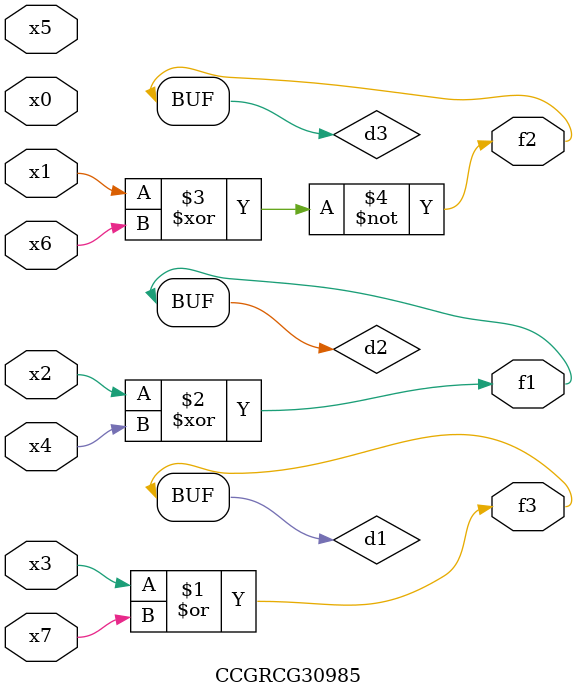
<source format=v>
module CCGRCG30985(
	input x0, x1, x2, x3, x4, x5, x6, x7,
	output f1, f2, f3
);

	wire d1, d2, d3;

	or (d1, x3, x7);
	xor (d2, x2, x4);
	xnor (d3, x1, x6);
	assign f1 = d2;
	assign f2 = d3;
	assign f3 = d1;
endmodule

</source>
